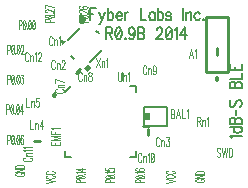
<source format=gto>
G04 DipTrace 2.4.0.2*
%IN1dB-SBLE.gto*%
%MOIN*%
%ADD10C,0.0098*%
%ADD13C,0.008*%
%ADD16C,0.006*%
%ADD19O,0.0161X0.0183*%
%ADD35O,0.0189X0.0207*%
%ADD68C,0.0046*%
%ADD69C,0.0033*%
%ADD70C,0.0062*%
%FSLAX44Y44*%
G04*
G70*
G90*
G75*
G01*
%LNTopSilk*%
%LPD*%
X11010Y8249D2*
D10*
Y8467D1*
X10635Y7687D2*
X11385D1*
Y9499D1*
X10635D1*
Y7687D1*
D19*
X11010Y7441D3*
X9325Y5873D2*
D16*
X8574D1*
Y6498D1*
X9325D1*
Y5873D1*
G36*
X8753Y6065D2*
X8557D1*
Y6307D1*
X8753D1*
Y6065D1*
G37*
X6440Y9564D2*
D10*
X6579Y9425D1*
X6443Y7775D2*
X6304Y7636D1*
X8690Y5581D2*
Y5778D1*
X7819Y7649D2*
Y7452D1*
X8546Y5869D2*
X8743D1*
X4908Y5376D2*
X5105D1*
X5539Y6899D2*
G02X5539Y6899I49J0D01*
G01*
X5943Y4852D2*
D13*
Y5049D1*
Y4852D2*
X6140D1*
X8108D2*
X8305D1*
Y5049D1*
Y7018D2*
Y7215D1*
X8108D2*
X8305D1*
X5943Y7018D2*
X6140Y7215D1*
D35*
X6500Y9364D3*
G36*
X6816Y7811D2*
X6695Y7690D1*
X6575Y7810D1*
X6696Y7931D1*
X6816Y7811D1*
G37*
G36*
X5974Y8712D2*
X5794Y8733D1*
X5822Y8560D1*
X5820Y8557D1*
D1*
X5974Y8712D1*
G37*
X7174Y8419D2*
D16*
X6759Y8005D1*
X6223Y8109D2*
X6120Y8212D1*
X6439Y9160D2*
X6021Y8742D1*
X6982Y9062D2*
X7079Y8965D1*
X10203Y8145D2*
D68*
X10134Y8447D1*
X10065Y8145D1*
X10091Y8246D2*
X10177D1*
X10258Y8389D2*
X10276Y8404D1*
X10302Y8446D1*
Y8145D1*
X9462Y6431D2*
Y6129D1*
X9540D1*
X9566Y6144D1*
X9575Y6158D1*
X9583Y6186D1*
Y6230D1*
X9575Y6258D1*
X9566Y6273D1*
X9540Y6287D1*
X9566Y6302D1*
X9575Y6316D1*
X9583Y6344D1*
Y6373D1*
X9575Y6402D1*
X9566Y6416D1*
X9540Y6431D1*
X9462D1*
Y6287D2*
X9540D1*
X9777Y6129D2*
X9707Y6431D1*
X9639Y6129D1*
X9665Y6230D2*
X9751D1*
X9832Y6431D2*
Y6129D1*
X9935D1*
X9991Y6373D2*
X10008Y6387D1*
X10034Y6430D1*
Y6129D1*
X5527Y8800D2*
X5518Y8828D1*
X5501Y8857D1*
X5484Y8872D1*
X5449D1*
X5432Y8857D1*
X5415Y8828D1*
X5406Y8800D1*
X5398Y8757D1*
Y8685D1*
X5406Y8642D1*
X5415Y8613D1*
X5432Y8585D1*
X5449Y8570D1*
X5484D1*
X5501Y8585D1*
X5518Y8613D1*
X5527Y8642D1*
X5582Y8771D2*
Y8570D1*
Y8714D2*
X5608Y8757D1*
X5626Y8771D1*
X5651D1*
X5669Y8757D1*
X5677Y8714D1*
Y8570D1*
X5733Y8814D2*
X5750Y8828D1*
X5776Y8871D1*
Y8570D1*
X5604Y8008D2*
X5595Y8037D1*
X5578Y8065D1*
X5561Y8080D1*
X5527D1*
X5509Y8065D1*
X5492Y8037D1*
X5483Y8008D1*
X5475Y7965D1*
Y7893D1*
X5483Y7850D1*
X5492Y7821D1*
X5509Y7793D1*
X5527Y7778D1*
X5561D1*
X5578Y7793D1*
X5595Y7821D1*
X5604Y7850D1*
X5660Y7979D2*
Y7778D1*
Y7922D2*
X5685Y7965D1*
X5703Y7979D1*
X5728D1*
X5746Y7965D1*
X5754Y7922D1*
Y7778D1*
X5819Y8008D2*
Y8022D1*
X5827Y8051D1*
X5836Y8065D1*
X5853Y8079D1*
X5887D1*
X5905Y8065D1*
X5913Y8051D1*
X5922Y8022D1*
Y7993D1*
X5913Y7965D1*
X5896Y7922D1*
X5810Y7778D1*
X5930D1*
X9086Y5435D2*
X9078Y5464D1*
X9061Y5493D1*
X9043Y5507D1*
X9009D1*
X8992Y5493D1*
X8975Y5464D1*
X8966Y5435D1*
X8957Y5392D1*
Y5320D1*
X8966Y5278D1*
X8975Y5249D1*
X8992Y5220D1*
X9009Y5206D1*
X9043D1*
X9061Y5220D1*
X9078Y5249D1*
X9086Y5278D1*
X9142Y5407D2*
Y5206D1*
Y5349D2*
X9168Y5392D1*
X9185Y5407D1*
X9211D1*
X9228Y5392D1*
X9237Y5349D1*
Y5206D1*
X9310Y5507D2*
X9404D1*
X9353Y5392D1*
X9378D1*
X9396Y5378D1*
X9404Y5363D1*
X9413Y5320D1*
Y5292D1*
X9404Y5249D1*
X9387Y5220D1*
X9361Y5206D1*
X9335D1*
X9310Y5220D1*
X9301Y5234D1*
X9292Y5263D1*
X5666Y7111D2*
X5638Y7102D1*
X5609Y7085D1*
X5595Y7068D1*
Y7033D1*
X5609Y7016D1*
X5638Y6999D1*
X5666Y6990D1*
X5709Y6982D1*
X5781D1*
X5824Y6990D1*
X5853Y6999D1*
X5881Y7016D1*
X5896Y7033D1*
Y7068D1*
X5881Y7085D1*
X5853Y7102D1*
X5824Y7111D1*
X5695Y7166D2*
X5896D1*
X5752D2*
X5709Y7192D1*
X5695Y7209D1*
Y7235D1*
X5709Y7252D1*
X5752Y7261D1*
X5896D1*
Y7351D2*
X5595Y7437D1*
Y7317D1*
X6502Y7605D2*
X6493Y7633D1*
X6476Y7662D1*
X6459Y7676D1*
X6425D1*
X6407Y7662D1*
X6390Y7633D1*
X6381Y7605D1*
X6373Y7562D1*
Y7490D1*
X6381Y7447D1*
X6390Y7418D1*
X6407Y7389D1*
X6425Y7375D1*
X6459D1*
X6476Y7389D1*
X6493Y7418D1*
X6502Y7447D1*
X6558Y7576D2*
Y7375D1*
Y7518D2*
X6583Y7562D1*
X6601Y7576D1*
X6626D1*
X6644Y7562D1*
X6652Y7518D1*
Y7375D1*
X6751Y7676D2*
X6725Y7662D1*
X6716Y7633D1*
Y7604D1*
X6725Y7576D1*
X6742Y7561D1*
X6777Y7547D1*
X6803Y7533D1*
X6820Y7504D1*
X6828Y7475D1*
Y7432D1*
X6820Y7404D1*
X6811Y7389D1*
X6785Y7375D1*
X6751D1*
X6725Y7389D1*
X6716Y7404D1*
X6708Y7432D1*
Y7475D1*
X6716Y7504D1*
X6734Y7533D1*
X6759Y7547D1*
X6794Y7561D1*
X6811Y7576D1*
X6820Y7604D1*
Y7633D1*
X6811Y7662D1*
X6785Y7676D1*
X6751D1*
X8649Y7828D2*
X8641Y7856D1*
X8623Y7885D1*
X8606Y7899D1*
X8572D1*
X8554Y7885D1*
X8537Y7856D1*
X8528Y7828D1*
X8520Y7785D1*
Y7713D1*
X8528Y7670D1*
X8537Y7641D1*
X8554Y7613D1*
X8572Y7598D1*
X8606D1*
X8623Y7613D1*
X8641Y7641D1*
X8649Y7670D1*
X8705Y7799D2*
Y7598D1*
Y7742D2*
X8731Y7785D1*
X8748Y7799D1*
X8773D1*
X8791Y7785D1*
X8799Y7742D1*
Y7598D1*
X8967Y7799D2*
X8958Y7756D1*
X8941Y7727D1*
X8915Y7713D1*
X8907D1*
X8881Y7727D1*
X8864Y7756D1*
X8855Y7799D1*
Y7813D1*
X8864Y7856D1*
X8881Y7885D1*
X8907Y7899D1*
X8915D1*
X8941Y7885D1*
X8958Y7856D1*
X8967Y7799D1*
Y7727D1*
X8958Y7655D1*
X8941Y7612D1*
X8915Y7598D1*
X8898D1*
X8872Y7612D1*
X8864Y7641D1*
X8484Y4909D2*
X8476Y4938D1*
X8458Y4966D1*
X8441Y4981D1*
X8407D1*
X8390Y4966D1*
X8372Y4938D1*
X8364Y4909D1*
X8355Y4866D1*
Y4794D1*
X8364Y4751D1*
X8372Y4722D1*
X8390Y4694D1*
X8407Y4679D1*
X8441D1*
X8458Y4694D1*
X8476Y4722D1*
X8484Y4751D1*
X8540Y4880D2*
Y4679D1*
Y4823D2*
X8566Y4866D1*
X8583Y4880D1*
X8609D1*
X8626Y4866D1*
X8635Y4823D1*
Y4679D1*
X8690Y4923D2*
X8707Y4938D1*
X8733Y4980D1*
Y4679D1*
X8841Y4980D2*
X8815Y4966D1*
X8797Y4923D1*
X8789Y4851D1*
Y4808D1*
X8797Y4737D1*
X8815Y4694D1*
X8841Y4679D1*
X8858D1*
X8884Y4694D1*
X8901Y4737D1*
X8910Y4808D1*
Y4851D1*
X8901Y4923D1*
X8884Y4966D1*
X8858Y4980D1*
X8841D1*
X8901Y4923D2*
X8797Y4737D1*
X4604Y4826D2*
X4576Y4817D1*
X4547Y4800D1*
X4533Y4783D1*
Y4748D1*
X4547Y4731D1*
X4576Y4714D1*
X4604Y4705D1*
X4647Y4696D1*
X4719D1*
X4762Y4705D1*
X4791Y4714D1*
X4820Y4731D1*
X4834Y4748D1*
Y4783D1*
X4820Y4800D1*
X4791Y4817D1*
X4762Y4826D1*
X4633Y4881D2*
X4834D1*
X4691D2*
X4647Y4907D1*
X4633Y4924D1*
Y4950D1*
X4647Y4967D1*
X4691Y4976D1*
X4834D1*
X4590Y5031D2*
X4576Y5049D1*
X4533Y5075D1*
X4834D1*
X4590Y5130D2*
X4576Y5148D1*
X4533Y5173D1*
X4834D1*
X4723Y8269D2*
X4715Y8297D1*
X4697Y8326D1*
X4680Y8340D1*
X4646D1*
X4628Y8326D1*
X4611Y8297D1*
X4603Y8269D1*
X4594Y8226D1*
Y8154D1*
X4603Y8111D1*
X4611Y8082D1*
X4628Y8054D1*
X4646Y8039D1*
X4680D1*
X4697Y8054D1*
X4715Y8082D1*
X4723Y8111D1*
X4779Y8240D2*
Y8039D1*
Y8183D2*
X4805Y8226D1*
X4822Y8240D1*
X4848D1*
X4865Y8226D1*
X4873Y8183D1*
Y8039D1*
X4929Y8283D2*
X4946Y8297D1*
X4972Y8340D1*
Y8039D1*
X5036Y8268D2*
Y8283D1*
X5045Y8312D1*
X5054Y8326D1*
X5071Y8340D1*
X5105D1*
X5122Y8326D1*
X5131Y8312D1*
X5140Y8283D1*
Y8254D1*
X5131Y8225D1*
X5114Y8183D1*
X5028Y8039D1*
X5148D1*
X5465Y5354D2*
Y5242D1*
X5767D1*
Y5354D1*
X5609Y5242D2*
Y5311D1*
X5767Y5547D2*
X5465D1*
X5767Y5478D1*
X5465Y5409D1*
X5767D1*
X5465Y5714D2*
Y5602D1*
X5767D1*
X5609D2*
Y5671D1*
X5523Y5770D2*
X5508Y5787D1*
X5465Y5813D1*
X5767D1*
X4779Y6071D2*
Y5770D1*
X4883D1*
X4938Y5971D2*
Y5770D1*
Y5913D2*
X4964Y5956D1*
X4981Y5971D1*
X5007D1*
X5024Y5956D1*
X5033Y5913D1*
Y5770D1*
X5175D2*
Y6071D1*
X5088Y5870D1*
X5218D1*
X4643Y6820D2*
Y6518D1*
X4746D1*
X4801Y6719D2*
Y6518D1*
Y6662D2*
X4827Y6705D1*
X4845Y6719D1*
X4870D1*
X4888Y6705D1*
X4896Y6662D1*
Y6518D1*
X5055Y6819D2*
X4969D1*
X4960Y6690D1*
X4969Y6705D1*
X4995Y6719D1*
X5021D1*
X5046Y6705D1*
X5064Y6676D1*
X5072Y6633D1*
Y6605D1*
X5064Y6561D1*
X5046Y6533D1*
X5021Y6518D1*
X4995D1*
X4969Y6533D1*
X4960Y6547D1*
X4952Y6576D1*
X10340Y6039D2*
X10417D1*
X10443Y6053D1*
X10452Y6068D1*
X10460Y6096D1*
Y6125D1*
X10452Y6153D1*
X10443Y6168D1*
X10417Y6182D1*
X10340D1*
Y5881D1*
X10400Y6039D2*
X10460Y5881D1*
X10516Y6082D2*
Y5881D1*
Y6024D2*
X10542Y6068D1*
X10559Y6082D1*
X10585D1*
X10602Y6068D1*
X10611Y6024D1*
Y5881D1*
X10666Y6125D2*
X10684Y6139D1*
X10709Y6182D1*
Y5881D1*
X11112Y5106D2*
X11095Y5135D1*
X11069Y5150D1*
X11035D1*
X11009Y5135D1*
X10992Y5106D1*
Y5078D1*
X11000Y5049D1*
X11009Y5035D1*
X11026Y5021D1*
X11078Y4992D1*
X11095Y4977D1*
X11104Y4963D1*
X11112Y4934D1*
Y4891D1*
X11095Y4863D1*
X11069Y4848D1*
X11035D1*
X11009Y4863D1*
X10992Y4891D1*
X11168Y5150D2*
X11211Y4848D1*
X11254Y5150D1*
X11297Y4848D1*
X11340Y5150D1*
X11396D2*
Y4848D1*
X11456D1*
X11482Y4863D1*
X11499Y4891D1*
X11508Y4920D1*
X11516Y4963D1*
Y5035D1*
X11508Y5078D1*
X11499Y5106D1*
X11482Y5135D1*
X11456Y5150D1*
X11396D1*
X7705Y7680D2*
Y7465D1*
X7714Y7421D1*
X7731Y7393D1*
X7757Y7378D1*
X7774D1*
X7800Y7393D1*
X7817Y7421D1*
X7826Y7465D1*
Y7680D1*
X7882Y7579D2*
Y7378D1*
Y7522D2*
X7907Y7565D1*
X7925Y7579D1*
X7950D1*
X7968Y7565D1*
X7976Y7522D1*
Y7378D1*
X8032Y7622D2*
X8049Y7637D1*
X8075Y7679D1*
Y7378D1*
X6981Y8142D2*
X7101Y7841D1*
Y8142D2*
X6981Y7841D1*
X7157Y8042D2*
Y7841D1*
Y7984D2*
X7183Y8027D1*
X7200Y8042D1*
X7226D1*
X7243Y8027D1*
X7251Y7984D1*
Y7841D1*
X7307Y8085D2*
X7324Y8099D1*
X7350Y8142D1*
Y7841D1*
X5286Y3978D2*
D69*
X5588Y4036D1*
X5286Y4093D1*
X5358Y4234D2*
X5329Y4227D1*
X5300Y4212D1*
X5286Y4198D1*
Y4169D1*
X5300Y4155D1*
X5329Y4140D1*
X5358Y4133D1*
X5401Y4126D1*
X5473D1*
X5516Y4133D1*
X5544Y4140D1*
X5573Y4155D1*
X5588Y4169D1*
Y4198D1*
X5573Y4212D1*
X5544Y4227D1*
X5516Y4234D1*
X5358Y4374D2*
X5329Y4367D1*
X5300Y4352D1*
X5286Y4338D1*
Y4310D1*
X5300Y4295D1*
X5329Y4281D1*
X5358Y4274D1*
X5401Y4266D1*
X5473D1*
X5516Y4274D1*
X5544Y4281D1*
X5573Y4295D1*
X5588Y4310D1*
Y4338D1*
X5573Y4352D1*
X5544Y4367D1*
X5516Y4374D1*
X4350Y4322D2*
X4321Y4314D1*
X4292Y4300D1*
X4278Y4286D1*
Y4257D1*
X4292Y4243D1*
X4321Y4228D1*
X4350Y4221D1*
X4393Y4214D1*
X4465D1*
X4507Y4221D1*
X4536Y4228D1*
X4565Y4243D1*
X4579Y4257D1*
Y4286D1*
X4565Y4300D1*
X4536Y4314D1*
X4507Y4322D1*
X4465D1*
Y4286D1*
X4278Y4455D2*
X4579D1*
X4278Y4354D1*
X4579D1*
X4278Y4488D2*
X4579D1*
Y4538D1*
X4565Y4559D1*
X4536Y4574D1*
X4507Y4581D1*
X4465Y4588D1*
X4393D1*
X4350Y4581D1*
X4321Y4574D1*
X4292Y4559D1*
X4278Y4538D1*
Y4488D1*
X6961Y9807D2*
D70*
X6762D1*
Y9405D1*
Y9616D2*
X6884D1*
X7075Y9673D2*
X7167Y9405D1*
X7136Y9329D1*
X7106Y9290D1*
X7075Y9271D1*
X7060D1*
X7259Y9673D2*
X7167Y9405D1*
X7358Y9807D2*
Y9405D1*
Y9616D2*
X7388Y9654D1*
X7419Y9673D1*
X7465D1*
X7495Y9654D1*
X7526Y9616D1*
X7541Y9558D1*
Y9520D1*
X7526Y9463D1*
X7495Y9425D1*
X7465Y9405D1*
X7419D1*
X7388Y9425D1*
X7358Y9463D1*
X7640Y9558D2*
X7824D1*
Y9597D1*
X7808Y9635D1*
X7793Y9654D1*
X7762Y9673D1*
X7716D1*
X7686Y9654D1*
X7655Y9616D1*
X7640Y9558D1*
Y9520D1*
X7655Y9463D1*
X7686Y9425D1*
X7716Y9405D1*
X7762D1*
X7793Y9425D1*
X7824Y9463D1*
X7922Y9673D2*
Y9405D1*
Y9558D2*
X7938Y9616D1*
X7968Y9654D1*
X7999Y9673D1*
X8045D1*
X8455Y9807D2*
Y9405D1*
X8639D1*
X8921Y9673D2*
Y9405D1*
Y9616D2*
X8891Y9654D1*
X8860Y9673D1*
X8814D1*
X8783Y9654D1*
X8753Y9616D1*
X8737Y9558D1*
Y9520D1*
X8753Y9463D1*
X8783Y9425D1*
X8814Y9405D1*
X8860D1*
X8891Y9425D1*
X8921Y9463D1*
X9020Y9807D2*
Y9405D1*
Y9616D2*
X9051Y9654D1*
X9081Y9673D1*
X9127D1*
X9157Y9654D1*
X9188Y9616D1*
X9203Y9558D1*
Y9520D1*
X9188Y9463D1*
X9157Y9425D1*
X9127Y9405D1*
X9081D1*
X9051Y9425D1*
X9020Y9463D1*
X9471Y9616D2*
X9455Y9654D1*
X9409Y9673D1*
X9363D1*
X9317Y9654D1*
X9302Y9616D1*
X9317Y9578D1*
X9348Y9558D1*
X9425Y9539D1*
X9455Y9520D1*
X9471Y9482D1*
Y9463D1*
X9455Y9425D1*
X9409Y9405D1*
X9363D1*
X9317Y9425D1*
X9302Y9463D1*
X9880Y9807D2*
Y9405D1*
X9979Y9673D2*
Y9405D1*
Y9597D2*
X10025Y9654D1*
X10056Y9673D1*
X10102D1*
X10132Y9654D1*
X10148Y9597D1*
Y9405D1*
X10430Y9616D2*
X10400Y9654D1*
X10369Y9673D1*
X10323D1*
X10292Y9654D1*
X10262Y9616D1*
X10246Y9558D1*
Y9520D1*
X10262Y9463D1*
X10292Y9425D1*
X10323Y9405D1*
X10369D1*
X10400Y9425D1*
X10430Y9463D1*
X10544Y9444D2*
X10529Y9424D1*
X10544Y9405D1*
X10560Y9424D1*
X10544Y9444D1*
X11502Y5473D2*
X11483Y5503D1*
X11426Y5549D1*
X11827D1*
X11425Y5832D2*
X11827D1*
X11617D2*
X11578Y5801D1*
X11559Y5771D1*
Y5725D1*
X11578Y5694D1*
X11617Y5663D1*
X11674Y5648D1*
X11712D1*
X11770Y5663D1*
X11808Y5694D1*
X11827Y5725D1*
Y5771D1*
X11808Y5801D1*
X11770Y5832D1*
X11425Y5931D2*
X11827D1*
Y6069D1*
X11808Y6115D1*
X11789Y6130D1*
X11751Y6145D1*
X11693D1*
X11655Y6130D1*
X11636Y6115D1*
X11617Y6069D1*
X11597Y6115D1*
X11578Y6130D1*
X11540Y6145D1*
X11502D1*
X11464Y6130D1*
X11444Y6115D1*
X11425Y6069D1*
Y5931D1*
X11617D2*
Y6069D1*
X11626Y6244D2*
Y6421D1*
X11483Y6734D2*
X11444Y6703D1*
X11425Y6657D1*
Y6596D1*
X11444Y6550D1*
X11483Y6519D1*
X11521D1*
X11559Y6535D1*
X11578Y6550D1*
X11597Y6581D1*
X11636Y6673D1*
X11655Y6703D1*
X11674Y6719D1*
X11712Y6734D1*
X11770D1*
X11808Y6703D1*
X11827Y6657D1*
Y6596D1*
X11808Y6550D1*
X11770Y6519D1*
X11425Y7144D2*
X11827D1*
Y7282D1*
X11808Y7328D1*
X11789Y7343D1*
X11751Y7358D1*
X11693D1*
X11655Y7343D1*
X11636Y7328D1*
X11617Y7282D1*
X11597Y7328D1*
X11578Y7343D1*
X11540Y7358D1*
X11502D1*
X11464Y7343D1*
X11444Y7328D1*
X11425Y7282D1*
Y7144D1*
X11617D2*
Y7282D1*
X11425Y7457D2*
X11827D1*
Y7640D1*
X11425Y7938D2*
Y7739D1*
X11827D1*
Y7938D1*
X11617Y7739D2*
Y7862D1*
X7302Y8973D2*
X7440D1*
X7486Y8992D1*
X7502Y9011D1*
X7517Y9049D1*
Y9088D1*
X7502Y9126D1*
X7486Y9145D1*
X7440Y9164D1*
X7302D1*
Y8763D1*
X7410Y8973D2*
X7517Y8763D1*
X7708Y9164D2*
X7662Y9145D1*
X7631Y9087D1*
X7616Y8992D1*
Y8935D1*
X7631Y8839D1*
X7662Y8782D1*
X7708Y8763D1*
X7738D1*
X7784Y8782D1*
X7814Y8839D1*
X7830Y8935D1*
Y8992D1*
X7814Y9087D1*
X7784Y9145D1*
X7738Y9164D1*
X7708D1*
X7814Y9087D2*
X7631Y8839D1*
X7944Y8801D2*
X7929Y8782D1*
X7944Y8763D1*
X7960Y8782D1*
X7944Y8801D1*
X8258Y9030D2*
X8242Y8973D1*
X8212Y8935D1*
X8166Y8915D1*
X8150D1*
X8104Y8935D1*
X8074Y8973D1*
X8058Y9030D1*
Y9049D1*
X8074Y9107D1*
X8104Y9145D1*
X8150Y9164D1*
X8166D1*
X8212Y9145D1*
X8242Y9107D1*
X8258Y9030D1*
Y8935D1*
X8242Y8839D1*
X8212Y8782D1*
X8166Y8763D1*
X8135D1*
X8089Y8782D1*
X8074Y8820D1*
X8356Y9164D2*
Y8763D1*
X8494D1*
X8540Y8782D1*
X8555Y8801D1*
X8571Y8839D1*
Y8896D1*
X8555Y8935D1*
X8540Y8954D1*
X8494Y8973D1*
X8540Y8992D1*
X8555Y9011D1*
X8571Y9049D1*
Y9088D1*
X8555Y9126D1*
X8540Y9145D1*
X8494Y9164D1*
X8356D1*
Y8973D2*
X8494D1*
X8996Y9068D2*
Y9087D1*
X9011Y9126D1*
X9027Y9145D1*
X9057Y9164D1*
X9119D1*
X9149Y9145D1*
X9164Y9126D1*
X9180Y9087D1*
Y9049D1*
X9164Y9011D1*
X9134Y8954D1*
X8981Y8763D1*
X9195D1*
X9386Y9164D2*
X9340Y9145D1*
X9309Y9087D1*
X9294Y8992D1*
Y8935D1*
X9309Y8839D1*
X9340Y8782D1*
X9386Y8763D1*
X9416D1*
X9462Y8782D1*
X9493Y8839D1*
X9508Y8935D1*
Y8992D1*
X9493Y9087D1*
X9462Y9145D1*
X9416Y9164D1*
X9386D1*
X9493Y9087D2*
X9309Y8839D1*
X9607Y9087D2*
X9638Y9107D1*
X9684Y9164D1*
Y8763D1*
X9936D2*
Y9164D1*
X9782Y8896D1*
X10012D1*
X6547Y9340D2*
D69*
Y9405D1*
X6533Y9426D1*
X6518Y9433D1*
X6490Y9440D1*
X6447D1*
X6418Y9433D1*
X6404Y9426D1*
X6389Y9405D1*
Y9340D1*
X6691D1*
X6390Y9516D2*
X6404Y9495D1*
X6447Y9480D1*
X6519Y9473D1*
X6562D1*
X6634Y9480D1*
X6677Y9495D1*
X6691Y9516D1*
Y9531D1*
X6677Y9552D1*
X6634Y9566D1*
X6562Y9574D1*
X6519D1*
X6447Y9566D1*
X6404Y9552D1*
X6390Y9531D1*
Y9516D1*
X6447Y9566D2*
X6634Y9480D1*
X6662Y9614D2*
X6677Y9607D1*
X6691Y9614D1*
X6677Y9621D1*
X6662Y9614D1*
X6461Y9661D2*
X6447D1*
X6418Y9668D1*
X6404Y9675D1*
X6390Y9690D1*
Y9718D1*
X6404Y9733D1*
X6418Y9740D1*
X6447Y9747D1*
X6476D1*
X6505Y9740D1*
X6547Y9726D1*
X6691Y9654D1*
Y9754D1*
X6433Y9873D2*
X6404Y9866D1*
X6390Y9844D1*
Y9830D1*
X6404Y9809D1*
X6447Y9794D1*
X6519Y9787D1*
X6590D1*
X6648Y9794D1*
X6677Y9809D1*
X6691Y9830D1*
Y9837D1*
X6677Y9859D1*
X6648Y9873D1*
X6605Y9880D1*
X6590D1*
X6547Y9873D1*
X6519Y9859D1*
X6505Y9837D1*
Y9830D1*
X6519Y9809D1*
X6547Y9794D1*
X6590Y9787D1*
X5425Y9357D2*
Y9421D1*
X5411Y9443D1*
X5396Y9450D1*
X5368Y9457D1*
X5325D1*
X5296Y9450D1*
X5281Y9443D1*
X5267Y9421D1*
Y9357D1*
X5569D1*
X5268Y9533D2*
X5282Y9512D1*
X5325Y9497D1*
X5397Y9490D1*
X5440D1*
X5511Y9497D1*
X5554Y9512D1*
X5569Y9533D1*
Y9547D1*
X5554Y9569D1*
X5511Y9583D1*
X5440Y9590D1*
X5397D1*
X5325Y9583D1*
X5282Y9569D1*
X5268Y9547D1*
Y9533D1*
X5325Y9583D2*
X5511Y9497D1*
X5540Y9630D2*
X5554Y9623D1*
X5569Y9630D1*
X5554Y9638D1*
X5540Y9630D1*
X5339Y9678D2*
X5325D1*
X5296Y9685D1*
X5282Y9692D1*
X5268Y9707D1*
Y9735D1*
X5282Y9749D1*
X5296Y9757D1*
X5325Y9764D1*
X5353D1*
X5382Y9757D1*
X5425Y9742D1*
X5569Y9671D1*
Y9771D1*
Y9833D2*
X5268Y9904D1*
Y9804D1*
X4391Y9249D2*
X4456D1*
X4477Y9263D1*
X4484Y9278D1*
X4491Y9307D1*
Y9350D1*
X4484Y9378D1*
X4477Y9393D1*
X4456Y9407D1*
X4391D1*
Y9106D1*
X4567Y9407D2*
X4546Y9392D1*
X4531Y9349D1*
X4524Y9278D1*
Y9235D1*
X4531Y9163D1*
X4546Y9120D1*
X4567Y9106D1*
X4582D1*
X4603Y9120D1*
X4617Y9163D1*
X4625Y9235D1*
Y9278D1*
X4617Y9349D1*
X4603Y9392D1*
X4582Y9407D1*
X4567D1*
X4617Y9349D2*
X4531Y9163D1*
X4665Y9134D2*
X4657Y9120D1*
X4665Y9106D1*
X4672Y9120D1*
X4665Y9134D1*
X4748Y9407D2*
X4726Y9392D1*
X4712Y9349D1*
X4705Y9278D1*
Y9235D1*
X4712Y9163D1*
X4726Y9120D1*
X4748Y9106D1*
X4762D1*
X4784Y9120D1*
X4798Y9163D1*
X4805Y9235D1*
Y9278D1*
X4798Y9349D1*
X4784Y9392D1*
X4762Y9407D1*
X4748D1*
X4798Y9349D2*
X4712Y9163D1*
X4881Y9407D2*
X4860Y9392D1*
X4845Y9349D1*
X4838Y9278D1*
Y9235D1*
X4845Y9163D1*
X4860Y9120D1*
X4881Y9106D1*
X4895D1*
X4917Y9120D1*
X4931Y9163D1*
X4938Y9235D1*
Y9278D1*
X4931Y9349D1*
X4917Y9392D1*
X4895Y9407D1*
X4881D1*
X4931Y9349D2*
X4845Y9163D1*
X4007Y8426D2*
X4072D1*
X4093Y8441D1*
X4100Y8455D1*
X4108Y8484D1*
Y8527D1*
X4100Y8555D1*
X4093Y8570D1*
X4072Y8584D1*
X4007D1*
Y8283D1*
X4184Y8584D2*
X4162Y8570D1*
X4148Y8527D1*
X4140Y8455D1*
Y8412D1*
X4148Y8340D1*
X4162Y8297D1*
X4184Y8283D1*
X4198D1*
X4219Y8297D1*
X4234Y8340D1*
X4241Y8412D1*
Y8455D1*
X4234Y8527D1*
X4219Y8570D1*
X4198Y8584D1*
X4184D1*
X4234Y8527D2*
X4148Y8340D1*
X4281Y8312D2*
X4274Y8297D1*
X4281Y8283D1*
X4288Y8297D1*
X4281Y8312D1*
X4364Y8584D2*
X4342Y8570D1*
X4328Y8527D1*
X4321Y8455D1*
Y8412D1*
X4328Y8340D1*
X4342Y8297D1*
X4364Y8283D1*
X4378D1*
X4400Y8297D1*
X4414Y8340D1*
X4421Y8412D1*
Y8455D1*
X4414Y8527D1*
X4400Y8570D1*
X4378Y8584D1*
X4364D1*
X4414Y8527D2*
X4328Y8340D1*
X4462Y8512D2*
Y8527D1*
X4469Y8555D1*
X4476Y8570D1*
X4490Y8584D1*
X4519D1*
X4533Y8570D1*
X4540Y8555D1*
X4548Y8527D1*
Y8498D1*
X4540Y8469D1*
X4526Y8426D1*
X4454Y8283D1*
X4555D1*
X4004Y7435D2*
X4069D1*
X4090Y7449D1*
X4098Y7464D1*
X4105Y7493D1*
Y7536D1*
X4098Y7564D1*
X4090Y7579D1*
X4069Y7593D1*
X4004D1*
Y7292D1*
X4181Y7593D2*
X4159Y7578D1*
X4145Y7535D1*
X4138Y7464D1*
Y7421D1*
X4145Y7349D1*
X4159Y7306D1*
X4181Y7292D1*
X4195D1*
X4217Y7306D1*
X4231Y7349D1*
X4238Y7421D1*
Y7464D1*
X4231Y7535D1*
X4217Y7578D1*
X4195Y7593D1*
X4181D1*
X4231Y7535D2*
X4145Y7349D1*
X4278Y7320D2*
X4271Y7306D1*
X4278Y7292D1*
X4285Y7306D1*
X4278Y7320D1*
X4361Y7593D2*
X4340Y7578D1*
X4325Y7535D1*
X4318Y7464D1*
Y7421D1*
X4325Y7349D1*
X4340Y7306D1*
X4361Y7292D1*
X4376D1*
X4397Y7306D1*
X4411Y7349D1*
X4419Y7421D1*
Y7464D1*
X4411Y7535D1*
X4397Y7578D1*
X4376Y7593D1*
X4361D1*
X4411Y7535D2*
X4325Y7349D1*
X4466Y7593D2*
X4545D1*
X4502Y7478D1*
X4523D1*
X4538Y7464D1*
X4545Y7449D1*
X4552Y7406D1*
Y7378D1*
X4545Y7335D1*
X4530Y7306D1*
X4509Y7292D1*
X4487D1*
X4466Y7306D1*
X4459Y7320D1*
X4451Y7349D1*
X3983Y6438D2*
X4048D1*
X4069Y6452D1*
X4077Y6467D1*
X4084Y6495D1*
Y6539D1*
X4077Y6567D1*
X4069Y6582D1*
X4048Y6596D1*
X3983D1*
Y6295D1*
X4160Y6596D2*
X4138Y6581D1*
X4124Y6538D1*
X4117Y6467D1*
Y6424D1*
X4124Y6352D1*
X4138Y6309D1*
X4160Y6295D1*
X4174D1*
X4196Y6309D1*
X4210Y6352D1*
X4217Y6424D1*
Y6467D1*
X4210Y6538D1*
X4196Y6581D1*
X4174Y6596D1*
X4160D1*
X4210Y6538D2*
X4124Y6352D1*
X4257Y6323D2*
X4250Y6309D1*
X4257Y6295D1*
X4264Y6309D1*
X4257Y6323D1*
X4340Y6596D2*
X4319Y6581D1*
X4304Y6538D1*
X4297Y6467D1*
Y6424D1*
X4304Y6352D1*
X4319Y6309D1*
X4340Y6295D1*
X4355D1*
X4376Y6309D1*
X4390Y6352D1*
X4398Y6424D1*
Y6467D1*
X4390Y6538D1*
X4376Y6581D1*
X4355Y6596D1*
X4340D1*
X4390Y6538D2*
X4304Y6352D1*
X4502Y6295D2*
Y6596D1*
X4431Y6395D1*
X4538D1*
X4001Y5421D2*
X4066D1*
X4087Y5435D1*
X4094Y5450D1*
X4101Y5478D1*
Y5521D1*
X4094Y5550D1*
X4087Y5564D1*
X4066Y5579D1*
X4001D1*
Y5277D1*
X4177Y5578D2*
X4156Y5564D1*
X4141Y5521D1*
X4134Y5449D1*
Y5406D1*
X4141Y5335D1*
X4156Y5292D1*
X4177Y5277D1*
X4192D1*
X4213Y5292D1*
X4227Y5335D1*
X4235Y5406D1*
Y5449D1*
X4227Y5521D1*
X4213Y5564D1*
X4192Y5578D1*
X4177D1*
X4227Y5521D2*
X4141Y5335D1*
X4275Y5306D2*
X4268Y5292D1*
X4275Y5277D1*
X4282Y5292D1*
X4275Y5306D1*
X4358Y5578D2*
X4336Y5564D1*
X4322Y5521D1*
X4315Y5449D1*
Y5406D1*
X4322Y5335D1*
X4336Y5292D1*
X4358Y5277D1*
X4372D1*
X4394Y5292D1*
X4408Y5335D1*
X4415Y5406D1*
Y5449D1*
X4408Y5521D1*
X4394Y5564D1*
X4372Y5578D1*
X4358D1*
X4408Y5521D2*
X4322Y5335D1*
X4534Y5536D2*
X4527Y5564D1*
X4505Y5578D1*
X4491D1*
X4470Y5564D1*
X4455Y5521D1*
X4448Y5449D1*
Y5378D1*
X4455Y5320D1*
X4470Y5292D1*
X4491Y5277D1*
X4498D1*
X4520Y5292D1*
X4534Y5320D1*
X4541Y5364D1*
Y5378D1*
X4534Y5421D1*
X4520Y5449D1*
X4498Y5464D1*
X4491D1*
X4470Y5449D1*
X4455Y5421D1*
X4448Y5378D1*
X9286Y3994D2*
X9588Y4051D1*
X9286Y4109D1*
X9358Y4249D2*
X9329Y4242D1*
X9301Y4228D1*
X9286Y4213D1*
Y4185D1*
X9301Y4170D1*
X9329Y4156D1*
X9358Y4149D1*
X9401Y4142D1*
X9473D1*
X9516Y4149D1*
X9545Y4156D1*
X9573Y4170D1*
X9588Y4185D1*
Y4213D1*
X9573Y4228D1*
X9545Y4242D1*
X9516Y4249D1*
X9358Y4390D2*
X9329Y4383D1*
X9301Y4368D1*
X9286Y4354D1*
Y4325D1*
X9301Y4311D1*
X9329Y4296D1*
X9358Y4289D1*
X9401Y4282D1*
X9473D1*
X9516Y4289D1*
X9545Y4296D1*
X9573Y4311D1*
X9588Y4325D1*
Y4354D1*
X9573Y4368D1*
X9545Y4383D1*
X9516Y4390D1*
X10354Y4111D2*
X10326Y4104D1*
X10297Y4089D1*
X10283Y4075D1*
Y4046D1*
X10297Y4032D1*
X10326Y4018D1*
X10354Y4010D1*
X10398Y4003D1*
X10469D1*
X10512Y4010D1*
X10541Y4018D1*
X10570Y4032D1*
X10584Y4046D1*
Y4075D1*
X10570Y4089D1*
X10541Y4104D1*
X10512Y4111D1*
X10469D1*
Y4075D1*
X10283Y4244D2*
X10584D1*
X10283Y4144D1*
X10584D1*
X10283Y4277D2*
X10584D1*
Y4327D1*
X10570Y4349D1*
X10541Y4363D1*
X10512Y4370D1*
X10469Y4377D1*
X10398D1*
X10354Y4370D1*
X10326Y4363D1*
X10297Y4349D1*
X10283Y4327D1*
Y4277D1*
X6446Y4001D2*
Y4066D1*
X6432Y4087D1*
X6417Y4094D1*
X6389Y4101D1*
X6346D1*
X6317Y4094D1*
X6302Y4087D1*
X6288Y4066D1*
Y4001D1*
X6590D1*
X6289Y4177D2*
X6303Y4156D1*
X6346Y4141D1*
X6418Y4134D1*
X6461D1*
X6532Y4141D1*
X6575Y4156D1*
X6590Y4177D1*
Y4192D1*
X6575Y4213D1*
X6532Y4227D1*
X6461Y4235D1*
X6418D1*
X6346Y4227D1*
X6303Y4213D1*
X6289Y4192D1*
Y4177D1*
X6346Y4227D2*
X6532Y4141D1*
X6561Y4275D2*
X6575Y4268D1*
X6590Y4275D1*
X6575Y4282D1*
X6561Y4275D1*
X6346Y4315D2*
X6331Y4329D1*
X6289Y4351D1*
X6590D1*
Y4455D2*
X6289D1*
X6489Y4384D1*
Y4491D1*
X7439Y4003D2*
Y4067D1*
X7425Y4089D1*
X7410Y4096D1*
X7382Y4103D1*
X7338D1*
X7310Y4096D1*
X7295Y4089D1*
X7281Y4067D1*
Y4003D1*
X7582D1*
X7281Y4179D2*
X7296Y4157D1*
X7339Y4143D1*
X7410Y4136D1*
X7453D1*
X7525Y4143D1*
X7568Y4157D1*
X7582Y4179D1*
Y4193D1*
X7568Y4215D1*
X7525Y4229D1*
X7453Y4236D1*
X7410D1*
X7339Y4229D1*
X7296Y4215D1*
X7281Y4193D1*
Y4179D1*
X7339Y4229D2*
X7525Y4143D1*
X7554Y4276D2*
X7568Y4269D1*
X7582Y4276D1*
X7568Y4284D1*
X7554Y4276D1*
X7339Y4316D2*
X7324Y4331D1*
X7281Y4352D1*
X7582D1*
X7281Y4471D2*
Y4400D1*
X7410Y4392D1*
X7396Y4400D1*
X7382Y4421D1*
Y4442D1*
X7396Y4464D1*
X7425Y4478D1*
X7468Y4486D1*
X7496D1*
X7539Y4478D1*
X7568Y4464D1*
X7582Y4442D1*
Y4421D1*
X7568Y4400D1*
X7554Y4392D1*
X7525Y4385D1*
X8441Y4001D2*
Y4066D1*
X8427Y4087D1*
X8412Y4094D1*
X8383Y4102D1*
X8340D1*
X8312Y4094D1*
X8297Y4087D1*
X8283Y4066D1*
Y4001D1*
X8584D1*
X8283Y4177D2*
X8298Y4156D1*
X8341Y4141D1*
X8412Y4134D1*
X8455D1*
X8527Y4141D1*
X8570Y4156D1*
X8584Y4177D1*
Y4192D1*
X8570Y4213D1*
X8527Y4228D1*
X8455Y4235D1*
X8412D1*
X8341Y4228D1*
X8298Y4213D1*
X8283Y4192D1*
Y4177D1*
X8341Y4228D2*
X8527Y4141D1*
X8556Y4275D2*
X8570Y4268D1*
X8584Y4275D1*
X8570Y4282D1*
X8556Y4275D1*
X8341Y4315D2*
X8326Y4329D1*
X8283Y4351D1*
X8584D1*
X8326Y4470D2*
X8298Y4463D1*
X8283Y4441D1*
Y4427D1*
X8298Y4405D1*
X8341Y4391D1*
X8412Y4384D1*
X8484D1*
X8541Y4391D1*
X8570Y4405D1*
X8584Y4427D1*
Y4434D1*
X8570Y4455D1*
X8541Y4470D1*
X8498Y4477D1*
X8484D1*
X8441Y4470D1*
X8412Y4455D1*
X8398Y4434D1*
Y4427D1*
X8412Y4405D1*
X8441Y4391D1*
X8484Y4384D1*
M02*

</source>
